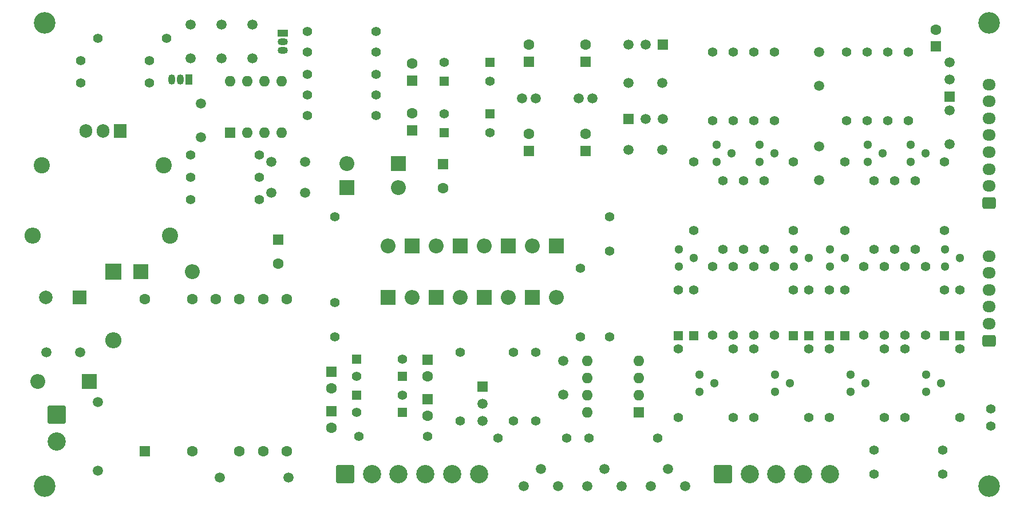
<source format=gbr>
%TF.GenerationSoftware,KiCad,Pcbnew,8.0.0*%
%TF.CreationDate,2024-03-08T15:53:04+08:00*%
%TF.ProjectId,xyz_display_board,78797a5f-6469-4737-906c-61795f626f61,1.0*%
%TF.SameCoordinates,Original*%
%TF.FileFunction,Soldermask,Bot*%
%TF.FilePolarity,Negative*%
%FSLAX46Y46*%
G04 Gerber Fmt 4.6, Leading zero omitted, Abs format (unit mm)*
G04 Created by KiCad (PCBNEW 8.0.0) date 2024-03-08 15:53:04*
%MOMM*%
%LPD*%
G01*
G04 APERTURE LIST*
G04 Aperture macros list*
%AMRoundRect*
0 Rectangle with rounded corners*
0 $1 Rounding radius*
0 $2 $3 $4 $5 $6 $7 $8 $9 X,Y pos of 4 corners*
0 Add a 4 corners polygon primitive as box body*
4,1,4,$2,$3,$4,$5,$6,$7,$8,$9,$2,$3,0*
0 Add four circle primitives for the rounded corners*
1,1,$1+$1,$2,$3*
1,1,$1+$1,$4,$5*
1,1,$1+$1,$6,$7*
1,1,$1+$1,$8,$9*
0 Add four rect primitives between the rounded corners*
20,1,$1+$1,$2,$3,$4,$5,0*
20,1,$1+$1,$4,$5,$6,$7,0*
20,1,$1+$1,$6,$7,$8,$9,0*
20,1,$1+$1,$8,$9,$2,$3,0*%
G04 Aperture macros list end*
%ADD10C,1.500000*%
%ADD11R,1.500000X1.500000*%
%ADD12R,1.600000X1.600000*%
%ADD13C,1.600000*%
%ADD14C,1.400000*%
%ADD15R,1.400000X1.400000*%
%ADD16C,1.300000*%
%ADD17RoundRect,0.250000X0.725000X-0.600000X0.725000X0.600000X-0.725000X0.600000X-0.725000X-0.600000X0*%
%ADD18O,1.950000X1.700000*%
%ADD19R,2.200000X2.200000*%
%ADD20O,2.200000X2.200000*%
%ADD21C,3.200000*%
%ADD22RoundRect,0.250001X-1.099999X-1.099999X1.099999X-1.099999X1.099999X1.099999X-1.099999X1.099999X0*%
%ADD23C,2.700000*%
%ADD24O,1.600000X1.600000*%
%ADD25R,1.905000X2.000000*%
%ADD26O,1.905000X2.000000*%
%ADD27R,2.400000X2.400000*%
%ADD28O,2.400000X2.400000*%
%ADD29R,1.500000X1.050000*%
%ADD30O,1.500000X1.050000*%
%ADD31RoundRect,0.250001X-1.099999X1.099999X-1.099999X-1.099999X1.099999X-1.099999X1.099999X1.099999X0*%
%ADD32C,2.400000*%
%ADD33R,2.000000X2.000000*%
%ADD34C,2.000000*%
%ADD35R,1.050000X1.500000*%
%ADD36O,1.050000X1.500000*%
G04 APERTURE END LIST*
D10*
%TO.C,Q1*%
X119380000Y-113538000D03*
X119380000Y-110998000D03*
D11*
X119380000Y-108458000D03*
%TD*%
D12*
%TO.C,T1*%
X69454000Y-118004000D03*
D13*
X76454000Y-118004000D03*
X83454000Y-118004000D03*
X86954000Y-118004000D03*
X90454000Y-118004000D03*
X90454000Y-95504000D03*
X86954000Y-95504000D03*
X83454000Y-95504000D03*
X79954000Y-95504000D03*
X76454000Y-95504000D03*
X69454000Y-95504000D03*
%TD*%
D14*
%TO.C,D13*%
X113694000Y-68072000D03*
D15*
X120494000Y-68072000D03*
%TD*%
D14*
%TO.C,R9*%
X103632000Y-62230000D03*
X93472000Y-62230000D03*
%TD*%
%TO.C,U9*%
X97536000Y-83312000D03*
X97536000Y-96012000D03*
X97536000Y-101092000D03*
X138176000Y-101092000D03*
X138176000Y-88392000D03*
X138176000Y-83312000D03*
%TD*%
D12*
%TO.C,C22*%
X97028000Y-106236888D03*
D13*
X97028000Y-108736888D03*
%TD*%
D14*
%TO.C,D35*%
X170688000Y-94136000D03*
D15*
X170688000Y-100936000D03*
%TD*%
D16*
%TO.C,Q13*%
X170815000Y-90678000D03*
X172974000Y-89408000D03*
X170815000Y-88128000D03*
%TD*%
D14*
%TO.C,R42*%
X183388000Y-77978000D03*
X183388000Y-88138000D03*
%TD*%
%TO.C,R34*%
X154940000Y-77978000D03*
X154940000Y-88138000D03*
%TD*%
D12*
%TO.C,C17*%
X108966000Y-70524380D03*
D13*
X108966000Y-68024380D03*
%TD*%
D17*
%TO.C,J7*%
X194310000Y-101650800D03*
D18*
X194310000Y-99150800D03*
X194310000Y-96650800D03*
X194310000Y-94150800D03*
X194310000Y-91650800D03*
X194310000Y-89150800D03*
%TD*%
D14*
%TO.C,R40*%
X173228000Y-69088000D03*
X173228000Y-58928000D03*
%TD*%
D19*
%TO.C,D2*%
X105410000Y-95250000D03*
D20*
X105410000Y-87630000D03*
%TD*%
D14*
%TO.C,R29*%
X167640000Y-113030000D03*
X167640000Y-102870000D03*
%TD*%
D10*
%TO.C,C38*%
X131318000Y-109688000D03*
X131318000Y-104688000D03*
%TD*%
D14*
%TO.C,R37*%
X181864000Y-100838000D03*
X181864000Y-90678000D03*
%TD*%
D19*
%TO.C,D5*%
X116078000Y-87630000D03*
D20*
X116078000Y-95250000D03*
%TD*%
D11*
%TO.C,U7*%
X140970000Y-68834000D03*
D10*
X143510000Y-68834000D03*
X146050000Y-68834000D03*
%TD*%
D14*
%TO.C,R6*%
X59944000Y-60198000D03*
X70104000Y-60198000D03*
%TD*%
D10*
%TO.C,RV1*%
X125476000Y-123190000D03*
X128016000Y-120650000D03*
X130556000Y-123190000D03*
%TD*%
%TO.C,C7*%
X88178000Y-79756000D03*
X93178000Y-79756000D03*
%TD*%
D14*
%TO.C,R36*%
X148336000Y-113030000D03*
X148336000Y-102870000D03*
%TD*%
D19*
%TO.C,D9*%
X130302000Y-87630000D03*
D20*
X130302000Y-95250000D03*
%TD*%
D16*
%TO.C,Q15*%
X173863000Y-109220000D03*
X176022000Y-107950000D03*
X173863000Y-106670000D03*
%TD*%
D21*
%TO.C,H4*%
X194310000Y-123190000D03*
%TD*%
D16*
%TO.C,Q14*%
X187833000Y-90678000D03*
X189992000Y-89408000D03*
X187833000Y-88128000D03*
%TD*%
D14*
%TO.C,D17*%
X107540000Y-104394000D03*
D15*
X100740000Y-104394000D03*
%TD*%
D22*
%TO.C,J2*%
X99060000Y-121412000D03*
D23*
X103020000Y-121412000D03*
X106980000Y-121412000D03*
X110940000Y-121412000D03*
X114900000Y-121412000D03*
X118860000Y-121412000D03*
%TD*%
D12*
%TO.C,C33*%
X186436000Y-58101113D03*
D13*
X186436000Y-55601113D03*
%TD*%
D14*
%TO.C,D23*%
X165354000Y-94136000D03*
D15*
X165354000Y-100936000D03*
%TD*%
D16*
%TO.C,Q11*%
X176403000Y-75184000D03*
X178562000Y-73914000D03*
X176403000Y-72634000D03*
%TD*%
D14*
%TO.C,R64*%
X187706000Y-85344000D03*
X187706000Y-75184000D03*
%TD*%
%TO.C,R62*%
X184912000Y-100838000D03*
X184912000Y-90678000D03*
%TD*%
%TO.C,R66*%
X180340000Y-88138000D03*
X180340000Y-77978000D03*
%TD*%
%TO.C,R65*%
X172974000Y-85344000D03*
X172974000Y-75184000D03*
%TD*%
D21*
%TO.C,H2*%
X194310000Y-54610000D03*
%TD*%
D10*
%TO.C,C29*%
X146010000Y-63500000D03*
X141010000Y-63500000D03*
%TD*%
D14*
%TO.C,R50*%
X133858000Y-90932000D03*
X133858000Y-101092000D03*
%TD*%
%TO.C,R60*%
X181864000Y-113030000D03*
X181864000Y-102870000D03*
%TD*%
%TO.C,R39*%
X182372000Y-69088000D03*
X182372000Y-58928000D03*
%TD*%
D10*
%TO.C,L2*%
X133620000Y-65786000D03*
X135620000Y-65786000D03*
%TD*%
D12*
%TO.C,C16*%
X108966000Y-63158380D03*
D13*
X108966000Y-60658380D03*
%TD*%
D14*
%TO.C,R57*%
X150622000Y-85344000D03*
X150622000Y-75184000D03*
%TD*%
D19*
%TO.C,D7*%
X123190000Y-87630000D03*
D20*
X123190000Y-95250000D03*
%TD*%
D14*
%TO.C,R51*%
X177292000Y-117856000D03*
X187452000Y-117856000D03*
%TD*%
%TO.C,R7*%
X93472000Y-65278000D03*
X103632000Y-65278000D03*
%TD*%
%TO.C,NE1*%
X194564000Y-114300000D03*
X194564000Y-111760000D03*
%TD*%
%TO.C,D30*%
X189992000Y-94136000D03*
D15*
X189992000Y-100936000D03*
%TD*%
D19*
%TO.C,D20*%
X61214000Y-107696000D03*
D20*
X53594000Y-107696000D03*
%TD*%
D14*
%TO.C,R61*%
X178816000Y-113030000D03*
X178816000Y-102870000D03*
%TD*%
%TO.C,R63*%
X175768000Y-100838000D03*
X175768000Y-90678000D03*
%TD*%
D17*
%TO.C,J5*%
X194310000Y-81254600D03*
D18*
X194310000Y-78754600D03*
X194310000Y-76254600D03*
X194310000Y-73754600D03*
X194310000Y-71254600D03*
X194310000Y-68754600D03*
X194310000Y-66254600D03*
X194310000Y-63754600D03*
%TD*%
D16*
%TO.C,Q9*%
X151511000Y-109220000D03*
X153670000Y-107950000D03*
X151511000Y-106670000D03*
%TD*%
D14*
%TO.C,R24*%
X72644000Y-56896000D03*
X62484000Y-56896000D03*
%TD*%
%TO.C,R32*%
X159512000Y-69088000D03*
X159512000Y-58928000D03*
%TD*%
%TO.C,D22*%
X167640000Y-94136000D03*
D15*
X167640000Y-100936000D03*
%TD*%
D14*
%TO.C,R1*%
X76200000Y-77470000D03*
X86360000Y-77470000D03*
%TD*%
D19*
%TO.C,D3*%
X108966000Y-87630000D03*
D20*
X108966000Y-95250000D03*
%TD*%
D14*
%TO.C,D10*%
X113694000Y-60452000D03*
D15*
X120494000Y-60452000D03*
%TD*%
D10*
%TO.C,C2*%
X59904000Y-103378000D03*
X54904000Y-103378000D03*
%TD*%
D14*
%TO.C,D11*%
X120494000Y-70866000D03*
D15*
X113694000Y-70866000D03*
%TD*%
D14*
%TO.C,R35*%
X156464000Y-100838000D03*
X156464000Y-90678000D03*
%TD*%
%TO.C,R10*%
X76200000Y-74168000D03*
X86360000Y-74168000D03*
%TD*%
D19*
%TO.C,D15*%
X106934000Y-75438000D03*
D20*
X99314000Y-75438000D03*
%TD*%
D14*
%TO.C,D12*%
X120494000Y-63246000D03*
D15*
X113694000Y-63246000D03*
%TD*%
D14*
%TO.C,R69*%
X127254000Y-113538000D03*
X127254000Y-103378000D03*
%TD*%
D10*
%TO.C,C5*%
X80772000Y-59904000D03*
X80772000Y-54904000D03*
%TD*%
D16*
%TO.C,Q12*%
X185039000Y-109220000D03*
X187198000Y-107950000D03*
X185039000Y-106670000D03*
%TD*%
D12*
%TO.C,C21*%
X113538000Y-75563349D03*
D13*
X113538000Y-79063349D03*
%TD*%
D10*
%TO.C,L1*%
X125238000Y-65786000D03*
X127238000Y-65786000D03*
%TD*%
D16*
%TO.C,Q8*%
X165481000Y-90678000D03*
X167640000Y-89408000D03*
X165481000Y-88128000D03*
%TD*%
D14*
%TO.C,R18*%
X116078000Y-103378000D03*
X116078000Y-113538000D03*
%TD*%
%TO.C,D18*%
X100740000Y-112268000D03*
D15*
X107540000Y-112268000D03*
%TD*%
D16*
%TO.C,Q10*%
X182753000Y-75184000D03*
X184912000Y-73914000D03*
X182753000Y-72634000D03*
%TD*%
D19*
%TO.C,D8*%
X126746000Y-95250000D03*
D20*
X126746000Y-87630000D03*
%TD*%
D14*
%TO.C,R67*%
X176276000Y-69088000D03*
X176276000Y-58928000D03*
%TD*%
D12*
%TO.C,C20*%
X89154000Y-86739349D03*
D13*
X89154000Y-90239349D03*
%TD*%
D14*
%TO.C,R38*%
X189992000Y-113030000D03*
X189992000Y-102870000D03*
%TD*%
D12*
%TO.C,U1*%
X82052000Y-70856000D03*
D24*
X84592000Y-70856000D03*
X87132000Y-70856000D03*
X89672000Y-70856000D03*
X89672000Y-63236000D03*
X87132000Y-63236000D03*
X84592000Y-63236000D03*
X82052000Y-63236000D03*
%TD*%
D14*
%TO.C,D19*%
X107540000Y-109728000D03*
D15*
X100740000Y-109728000D03*
%TD*%
D10*
%TO.C,C34*%
X188468000Y-67604000D03*
X188468000Y-72604000D03*
%TD*%
D12*
%TO.C,C18*%
X126238000Y-60364380D03*
D13*
X126238000Y-57864380D03*
%TD*%
D12*
%TO.C,C23*%
X111252000Y-104458888D03*
D13*
X111252000Y-106958888D03*
%TD*%
D19*
%TO.C,D4*%
X112522000Y-95250000D03*
D20*
X112522000Y-87630000D03*
%TD*%
D14*
%TO.C,R49*%
X93472000Y-58928000D03*
X103632000Y-58928000D03*
%TD*%
D25*
%TO.C,Q3*%
X65786000Y-70612000D03*
D26*
X63246000Y-70612000D03*
X60706000Y-70612000D03*
%TD*%
D14*
%TO.C,R30*%
X162560000Y-69088000D03*
X162560000Y-58928000D03*
%TD*%
D27*
%TO.C,D39*%
X64770000Y-91440000D03*
D28*
X64770000Y-101600000D03*
%TD*%
D14*
%TO.C,R56*%
X165354000Y-85344000D03*
X165354000Y-75184000D03*
%TD*%
%TO.C,D16*%
X100740000Y-106934000D03*
D15*
X107540000Y-106934000D03*
%TD*%
D21*
%TO.C,H1*%
X54610000Y-54610000D03*
%TD*%
D29*
%TO.C,Q2*%
X89810000Y-56134000D03*
D30*
X89810000Y-57404000D03*
X89810000Y-58674000D03*
%TD*%
D12*
%TO.C,C28*%
X134620000Y-73572380D03*
D13*
X134620000Y-71072380D03*
%TD*%
D19*
%TO.C,D14*%
X99314000Y-78994000D03*
D20*
X106934000Y-78994000D03*
%TD*%
D14*
%TO.C,R44*%
X178816000Y-100838000D03*
X178816000Y-90678000D03*
%TD*%
D16*
%TO.C,Q5*%
X154051000Y-75184000D03*
X156210000Y-73914000D03*
X154051000Y-72634000D03*
%TD*%
D14*
%TO.C,D26*%
X150622000Y-94136000D03*
D15*
X150622000Y-100936000D03*
%TD*%
D11*
%TO.C,U6*%
X188468000Y-65532000D03*
D10*
X188468000Y-62992000D03*
X188468000Y-60452000D03*
%TD*%
D12*
%TO.C,U3*%
X142484000Y-112258000D03*
D24*
X142484000Y-109718000D03*
X142484000Y-107178000D03*
X142484000Y-104638000D03*
X134864000Y-104638000D03*
X134864000Y-107178000D03*
X134864000Y-109718000D03*
X134864000Y-112258000D03*
%TD*%
D14*
%TO.C,R41*%
X179324000Y-69088000D03*
X179324000Y-58928000D03*
%TD*%
%TO.C,R8*%
X93472000Y-68326000D03*
X103632000Y-68326000D03*
%TD*%
D10*
%TO.C,C36*%
X169164000Y-72938000D03*
X169164000Y-77938000D03*
%TD*%
D14*
%TO.C,R43*%
X177292000Y-77978000D03*
X177292000Y-88138000D03*
%TD*%
%TO.C,R52*%
X162560000Y-100838000D03*
X162560000Y-90678000D03*
%TD*%
D31*
%TO.C,J1*%
X56430000Y-112626000D03*
D23*
X56430000Y-116586000D03*
%TD*%
D14*
%TO.C,R53*%
X153416000Y-100838000D03*
X153416000Y-90678000D03*
%TD*%
%TO.C,R70*%
X103632000Y-55880000D03*
X93472000Y-55880000D03*
%TD*%
%TO.C,R68*%
X131826000Y-116078000D03*
X121666000Y-116078000D03*
%TD*%
%TO.C,R55*%
X156464000Y-113030000D03*
X156464000Y-102870000D03*
%TD*%
%TO.C,R33*%
X161036000Y-77978000D03*
X161036000Y-88138000D03*
%TD*%
D10*
%TO.C,F1*%
X62484000Y-120904000D03*
X62484000Y-110744000D03*
%TD*%
D14*
%TO.C,R45*%
X170688000Y-113030000D03*
X170688000Y-102870000D03*
%TD*%
%TO.C,R59*%
X156464000Y-69088000D03*
X156464000Y-58928000D03*
%TD*%
D19*
%TO.C,D1*%
X68834000Y-91440000D03*
D20*
X76454000Y-91440000D03*
%TD*%
D16*
%TO.C,Q4*%
X160401000Y-75184000D03*
X162560000Y-73914000D03*
X160401000Y-72634000D03*
%TD*%
D10*
%TO.C,C3*%
X85344000Y-59904000D03*
X85344000Y-54904000D03*
%TD*%
D14*
%TO.C,R16*%
X123952000Y-103378000D03*
X123952000Y-113538000D03*
%TD*%
D12*
%TO.C,C27*%
X134620000Y-60364380D03*
D13*
X134620000Y-57864380D03*
%TD*%
D10*
%TO.C,C37*%
X76200000Y-54904000D03*
X76200000Y-59904000D03*
%TD*%
D14*
%TO.C,D27*%
X148336000Y-94136000D03*
D15*
X148336000Y-100936000D03*
%TD*%
D32*
%TO.C,R26*%
X73152000Y-86106000D03*
D28*
X52832000Y-86106000D03*
%TD*%
D14*
%TO.C,R28*%
X159512000Y-100838000D03*
X159512000Y-90678000D03*
%TD*%
D32*
%TO.C,HS1*%
X54246000Y-75692000D03*
X72246000Y-75692000D03*
%TD*%
D10*
%TO.C,RV3*%
X144272000Y-123190000D03*
X146812000Y-120650000D03*
X149352000Y-123190000D03*
%TD*%
%TO.C,C35*%
X169164000Y-58928000D03*
X169164000Y-63928000D03*
%TD*%
%TO.C,C32*%
X141010000Y-73406000D03*
X146010000Y-73406000D03*
%TD*%
D16*
%TO.C,Q7*%
X148463000Y-90678000D03*
X150622000Y-89408000D03*
X148463000Y-88128000D03*
%TD*%
D12*
%TO.C,C19*%
X126238000Y-73572380D03*
D13*
X126238000Y-71072380D03*
%TD*%
D33*
%TO.C,C1*%
X59771677Y-95250000D03*
D34*
X54771677Y-95250000D03*
%TD*%
D10*
%TO.C,C8*%
X77724000Y-71588000D03*
X77724000Y-66588000D03*
%TD*%
%TO.C,RV2*%
X134874000Y-123190000D03*
X137414000Y-120650000D03*
X139954000Y-123190000D03*
%TD*%
D21*
%TO.C,H3*%
X54610000Y-123190000D03*
%TD*%
D12*
%TO.C,C25*%
X111252000Y-110300888D03*
D13*
X111252000Y-112800888D03*
%TD*%
D14*
%TO.C,R19*%
X177292000Y-121412000D03*
X187452000Y-121412000D03*
%TD*%
D12*
%TO.C,C24*%
X97028000Y-112078888D03*
D13*
X97028000Y-114578888D03*
%TD*%
D16*
%TO.C,Q6*%
X162687000Y-109220000D03*
X164846000Y-107950000D03*
X162687000Y-106670000D03*
%TD*%
D14*
%TO.C,R58*%
X157988000Y-88138000D03*
X157988000Y-77978000D03*
%TD*%
%TO.C,R54*%
X159512000Y-113030000D03*
X159512000Y-102870000D03*
%TD*%
%TO.C,R15*%
X145288000Y-116078000D03*
X135128000Y-116078000D03*
%TD*%
D22*
%TO.C,J6*%
X154940000Y-121412000D03*
D23*
X158900000Y-121412000D03*
X162860000Y-121412000D03*
X166820000Y-121412000D03*
X170780000Y-121412000D03*
%TD*%
D10*
%TO.C,F2*%
X80518000Y-121920000D03*
X90678000Y-121920000D03*
%TD*%
D14*
%TO.C,D31*%
X187706000Y-94136000D03*
D15*
X187706000Y-100936000D03*
%TD*%
D11*
%TO.C,U8*%
X146050000Y-57806000D03*
D10*
X143510000Y-57806000D03*
X140970000Y-57806000D03*
%TD*%
D14*
%TO.C,R48*%
X111252000Y-115824000D03*
X101092000Y-115824000D03*
%TD*%
D10*
%TO.C,C4*%
X88178000Y-75184000D03*
X93178000Y-75184000D03*
%TD*%
D19*
%TO.C,D6*%
X119634000Y-95250000D03*
D20*
X119634000Y-87630000D03*
%TD*%
D14*
%TO.C,D34*%
X172974000Y-94136000D03*
D15*
X172974000Y-100936000D03*
%TD*%
D14*
%TO.C,R2*%
X70104000Y-63500000D03*
X59944000Y-63500000D03*
%TD*%
D35*
%TO.C,Q16*%
X75946000Y-62992000D03*
D36*
X74676000Y-62992000D03*
X73406000Y-62992000D03*
%TD*%
D14*
%TO.C,R31*%
X153416000Y-69088000D03*
X153416000Y-58928000D03*
%TD*%
%TO.C,R4*%
X86360000Y-80772000D03*
X76200000Y-80772000D03*
%TD*%
M02*

</source>
